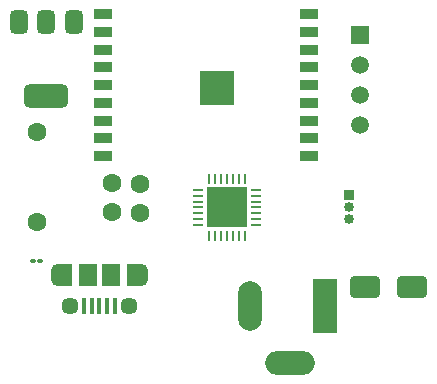
<source format=gbr>
%TF.GenerationSoftware,KiCad,Pcbnew,8.0.6*%
%TF.CreationDate,2025-07-13T00:12:13+05:30*%
%TF.ProjectId,Plant,506c616e-742e-46b6-9963-61645f706362,rev?*%
%TF.SameCoordinates,Original*%
%TF.FileFunction,Soldermask,Top*%
%TF.FilePolarity,Negative*%
%FSLAX46Y46*%
G04 Gerber Fmt 4.6, Leading zero omitted, Abs format (unit mm)*
G04 Created by KiCad (PCBNEW 8.0.6) date 2025-07-13 00:12:13*
%MOMM*%
%LPD*%
G01*
G04 APERTURE LIST*
G04 Aperture macros list*
%AMRoundRect*
0 Rectangle with rounded corners*
0 $1 Rounding radius*
0 $2 $3 $4 $5 $6 $7 $8 $9 X,Y pos of 4 corners*
0 Add a 4 corners polygon primitive as box body*
4,1,4,$2,$3,$4,$5,$6,$7,$8,$9,$2,$3,0*
0 Add four circle primitives for the rounded corners*
1,1,$1+$1,$2,$3*
1,1,$1+$1,$4,$5*
1,1,$1+$1,$6,$7*
1,1,$1+$1,$8,$9*
0 Add four rect primitives between the rounded corners*
20,1,$1+$1,$2,$3,$4,$5,0*
20,1,$1+$1,$4,$5,$6,$7,0*
20,1,$1+$1,$6,$7,$8,$9,0*
20,1,$1+$1,$8,$9,$2,$3,0*%
G04 Aperture macros list end*
%ADD10RoundRect,0.100000X-0.130000X-0.100000X0.130000X-0.100000X0.130000X0.100000X-0.130000X0.100000X0*%
%ADD11C,1.600000*%
%ADD12R,2.000000X4.600000*%
%ADD13O,2.000000X4.200000*%
%ADD14O,4.200000X2.000000*%
%ADD15RoundRect,0.062500X0.062500X-0.337500X0.062500X0.337500X-0.062500X0.337500X-0.062500X-0.337500X0*%
%ADD16RoundRect,0.062500X0.337500X-0.062500X0.337500X0.062500X-0.337500X0.062500X-0.337500X-0.062500X0*%
%ADD17R,3.350000X3.350000*%
%ADD18RoundRect,0.375000X-0.375000X0.625000X-0.375000X-0.625000X0.375000X-0.625000X0.375000X0.625000X0*%
%ADD19RoundRect,0.500000X-1.400000X0.500000X-1.400000X-0.500000X1.400000X-0.500000X1.400000X0.500000X0*%
%ADD20R,1.500000X1.500000*%
%ADD21C,1.500000*%
%ADD22R,0.850000X0.850000*%
%ADD23O,0.850000X0.850000*%
%ADD24RoundRect,0.250000X-1.000000X-0.650000X1.000000X-0.650000X1.000000X0.650000X-1.000000X0.650000X0*%
%ADD25R,1.500000X0.900000*%
%ADD26C,0.600000*%
%ADD27R,2.900000X2.900000*%
%ADD28R,0.400000X1.350000*%
%ADD29O,1.200000X1.900000*%
%ADD30R,1.200000X1.900000*%
%ADD31C,1.450000*%
%ADD32R,1.500000X1.900000*%
G04 APERTURE END LIST*
D10*
%TO.C,R1*%
X116687200Y-92862400D03*
X117327200Y-92862400D03*
%TD*%
D11*
%TO.C,C1*%
X125780800Y-86349200D03*
X125780800Y-88849200D03*
%TD*%
D12*
%TO.C,J3*%
X141406200Y-96723800D03*
D13*
X135106200Y-96723800D03*
D14*
X138506200Y-101523800D03*
%TD*%
D11*
%TO.C,R2*%
X117068600Y-81960400D03*
X117068600Y-89560400D03*
%TD*%
%TO.C,C2*%
X123393200Y-88773000D03*
X123393200Y-86273000D03*
%TD*%
D15*
%TO.C,U5*%
X131645400Y-90805000D03*
X132145400Y-90805000D03*
X132645400Y-90805000D03*
X133145400Y-90805000D03*
X133645400Y-90805000D03*
X134145400Y-90805000D03*
X134645400Y-90805000D03*
D16*
X135595400Y-89855000D03*
X135595400Y-89355000D03*
X135595400Y-88855000D03*
X135595400Y-88355000D03*
X135595400Y-87855000D03*
X135595400Y-87355000D03*
X135595400Y-86855000D03*
D15*
X134645400Y-85905000D03*
X134145400Y-85905000D03*
X133645400Y-85905000D03*
X133145400Y-85905000D03*
X132645400Y-85905000D03*
X132145400Y-85905000D03*
X131645400Y-85905000D03*
D16*
X130695400Y-86855000D03*
X130695400Y-87355000D03*
X130695400Y-87855000D03*
X130695400Y-88355000D03*
X130695400Y-88855000D03*
X130695400Y-89355000D03*
X130695400Y-89855000D03*
D17*
X133145400Y-88355000D03*
%TD*%
D18*
%TO.C,U6*%
X120143900Y-72618200D03*
X117843900Y-72618200D03*
D19*
X117843900Y-78918200D03*
D18*
X115543900Y-72618200D03*
%TD*%
D20*
%TO.C,U3*%
X144373600Y-73736200D03*
D21*
X144373600Y-76276200D03*
X144373600Y-78816200D03*
X144373600Y-81356200D03*
%TD*%
D22*
%TO.C,J2*%
X143481200Y-87315800D03*
D23*
X143481200Y-88315800D03*
X143481200Y-89315800D03*
%TD*%
D24*
%TO.C,D1*%
X144812000Y-95046800D03*
X148812000Y-95046800D03*
%TD*%
D25*
%TO.C,U4*%
X122607600Y-71998600D03*
X122607600Y-73498600D03*
X122607600Y-74998600D03*
X122607600Y-76498600D03*
X122607600Y-77998600D03*
X122607600Y-79498600D03*
X122607600Y-80998600D03*
X122607600Y-82498600D03*
X122607600Y-83998600D03*
X140107600Y-83998600D03*
X140107600Y-82498600D03*
X140107600Y-80998600D03*
X140107600Y-79498600D03*
X140107600Y-77998600D03*
X140107600Y-76498600D03*
X140107600Y-74998600D03*
X140107600Y-73498600D03*
X140107600Y-71998600D03*
D26*
X131217600Y-77648600D03*
X131217600Y-78748600D03*
X131767600Y-77098600D03*
X131767600Y-78198600D03*
X131767600Y-79298600D03*
X132317600Y-77648600D03*
D27*
X132317600Y-78198600D03*
D26*
X132317600Y-78748600D03*
X132867600Y-77098600D03*
X132867600Y-78198600D03*
X132867600Y-79298600D03*
X133417600Y-77648600D03*
X133417600Y-78748600D03*
%TD*%
D28*
%TO.C,J1*%
X123635800Y-96730800D03*
X122985800Y-96730800D03*
X122335800Y-96730800D03*
X121685800Y-96730800D03*
X121035800Y-96730800D03*
D29*
X125835800Y-94030800D03*
D30*
X125235800Y-94030800D03*
D31*
X124835800Y-96730800D03*
D32*
X123335800Y-94030800D03*
X121335800Y-94030800D03*
D31*
X119835800Y-96730800D03*
D30*
X119435800Y-94030800D03*
D29*
X118835800Y-94030800D03*
%TD*%
M02*

</source>
